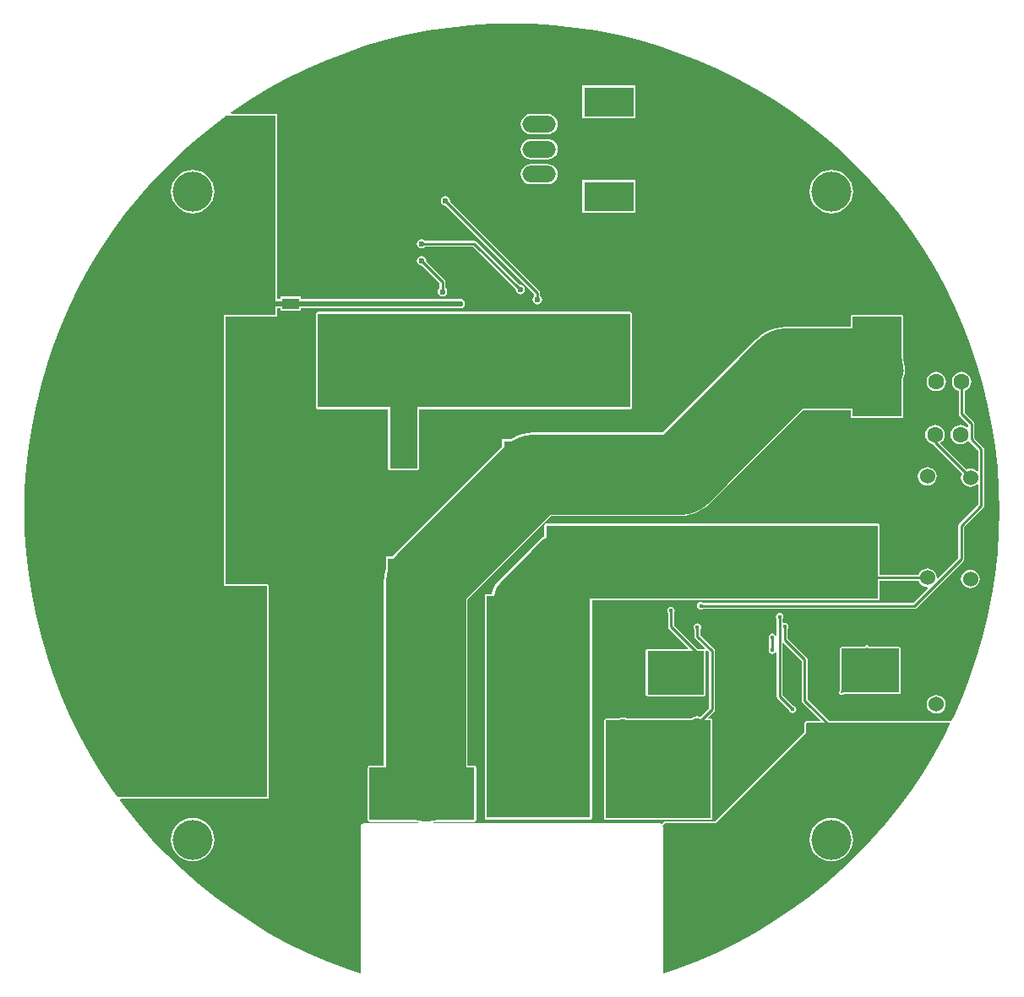
<source format=gbl>
G04 Layer_Physical_Order=2*
G04 Layer_Color=11436288*
%FSLAX24Y24*%
%MOIN*%
G70*
G01*
G75*
%ADD10C,0.1575*%
%ADD21R,0.0669X0.0433*%
%ADD31C,0.0197*%
%ADD32C,0.0098*%
%ADD33C,0.3150*%
%ADD34C,0.0071*%
%ADD36R,0.2234X0.1722*%
%ADD38R,0.1929X0.3937*%
%ADD39R,0.4134X0.2087*%
%ADD41R,0.4134X0.3858*%
%ADD42R,0.4094X0.8780*%
%ADD43R,1.3071X0.2913*%
%ADD44C,0.1575*%
%ADD45C,0.2362*%
%ADD46R,0.1969X0.1181*%
%ADD47O,0.1320X0.0660*%
%ADD48C,0.1181*%
%ADD49R,0.0630X0.0630*%
%ADD50C,0.0630*%
%ADD51C,0.0600*%
%ADD52C,0.0512*%
%ADD53R,0.0512X0.0512*%
%ADD54C,0.0500*%
%ADD55C,0.0157*%
%ADD56C,0.0236*%
%ADD57R,1.2323X0.3701*%
%ADD58R,0.2264X0.1722*%
%ADD59R,0.1102X0.2717*%
G36*
X29800Y48566D02*
X30637Y48512D01*
X31471Y48420D01*
X32301Y48293D01*
X33124Y48129D01*
X33939Y47929D01*
X34745Y47695D01*
X35539Y47425D01*
X36321Y47121D01*
X37090Y46783D01*
X37842Y46411D01*
X38578Y46008D01*
X39295Y45572D01*
X39993Y45106D01*
X40670Y44610D01*
X41325Y44085D01*
X41955Y43531D01*
X42562Y42951D01*
X43142Y42345D01*
X43695Y41714D01*
X44221Y41059D01*
X44717Y40383D01*
X45183Y39685D01*
X45618Y38967D01*
X46022Y38232D01*
X46393Y37479D01*
X46731Y36711D01*
X47035Y35929D01*
X47305Y35134D01*
X47540Y34328D01*
X47739Y33513D01*
X47903Y32690D01*
X48031Y31861D01*
X48122Y31026D01*
X48177Y30189D01*
X48195Y29358D01*
X48194Y29350D01*
X48195Y29342D01*
X48177Y28511D01*
X48122Y27674D01*
X48031Y26839D01*
X47903Y26010D01*
X47739Y25187D01*
X47540Y24372D01*
X47305Y23566D01*
X47035Y22771D01*
X46731Y21989D01*
X46393Y21221D01*
X46306Y21044D01*
X46298Y21038D01*
X46297Y21037D01*
X46287Y21033D01*
X46246Y21028D01*
X46240Y21029D01*
X46235Y21032D01*
X46227Y21032D01*
X46220Y21034D01*
X41497Y21034D01*
X40630Y21901D01*
Y23465D01*
X40630Y23465D01*
X40623Y23502D01*
X40621Y23510D01*
X40596Y23548D01*
X40596Y23548D01*
X39843Y24301D01*
Y24679D01*
X39862Y24707D01*
X39873Y24764D01*
X39862Y24821D01*
X39829Y24869D01*
X39781Y24901D01*
X39724Y24912D01*
X39696Y24907D01*
X39646Y24942D01*
Y25072D01*
X39665Y25101D01*
X39676Y25157D01*
X39665Y25214D01*
X39632Y25262D01*
X39584Y25295D01*
X39527Y25306D01*
X39471Y25295D01*
X39422Y25262D01*
X39390Y25214D01*
X39379Y25157D01*
X39390Y25101D01*
X39409Y25072D01*
Y24438D01*
X39359Y24423D01*
X39337Y24455D01*
X39289Y24488D01*
X39232Y24499D01*
X39175Y24488D01*
X39127Y24455D01*
X39095Y24407D01*
X39084Y24350D01*
X39095Y24294D01*
X39114Y24265D01*
Y23924D01*
X39095Y23895D01*
X39084Y23839D01*
X39095Y23782D01*
X39127Y23734D01*
X39175Y23701D01*
X39232Y23690D01*
X39289Y23701D01*
X39337Y23734D01*
X39359Y23766D01*
X39409Y23751D01*
Y22008D01*
X39418Y21963D01*
X39444Y21924D01*
X39896Y21472D01*
X39902Y21439D01*
X39934Y21391D01*
X39983Y21359D01*
X40039Y21348D01*
X40096Y21359D01*
X40144Y21391D01*
X40177Y21439D01*
X40188Y21496D01*
X40177Y21553D01*
X40144Y21601D01*
X40096Y21633D01*
X40063Y21640D01*
X39646Y22057D01*
Y24098D01*
X39692Y24117D01*
X40393Y23416D01*
Y21852D01*
X40402Y21806D01*
X40428Y21768D01*
X41116Y21080D01*
X41097Y21034D01*
X40593Y21034D01*
X40589Y21033D01*
X40586Y21034D01*
X40576Y21031D01*
X40567Y21029D01*
X40564Y21027D01*
X40561Y21026D01*
X40553Y21019D01*
X40544Y21014D01*
X40543Y21011D01*
X40540Y21009D01*
X40499Y20959D01*
X40494Y20950D01*
X40488Y20942D01*
X40488Y20939D01*
X40486Y20936D01*
X40485Y20926D01*
X40483Y20916D01*
Y20579D01*
X36980Y17076D01*
X35000D01*
X34974Y17071D01*
X34952Y17056D01*
X34870Y16975D01*
X34848Y16989D01*
X34807Y16998D01*
X25858D01*
X25853Y17048D01*
X25904Y17058D01*
X27480D01*
X27506Y17063D01*
X27529Y17078D01*
X27543Y17100D01*
X27549Y17126D01*
Y19213D01*
X27543Y19239D01*
X27529Y19261D01*
X27506Y19276D01*
X27480Y19281D01*
X27196D01*
Y25854D01*
X30485Y29142D01*
X35591D01*
X35805Y29156D01*
X36016Y29198D01*
X36118Y29233D01*
X36220Y29267D01*
X36413Y29363D01*
X36592Y29482D01*
X36754Y29624D01*
X40445Y33315D01*
X42333D01*
Y33071D01*
X42339Y33045D01*
X42353Y33023D01*
X42375Y33008D01*
X42402Y33003D01*
X44331D01*
X44357Y33008D01*
X44379Y33023D01*
X44394Y33045D01*
X44399Y33071D01*
Y34572D01*
X44429Y34629D01*
X44467Y34753D01*
X44480Y34882D01*
X44467Y35011D01*
X44429Y35135D01*
X44429Y35135D01*
X44426Y35175D01*
X44399Y35314D01*
Y37008D01*
X44394Y37034D01*
X44379Y37056D01*
X44357Y37071D01*
X44331Y37076D01*
X42402D01*
X42375Y37071D01*
X42353Y37056D01*
X42339Y37034D01*
X42333Y37008D01*
Y36606D01*
X39764D01*
X39549Y36592D01*
X39338Y36550D01*
X39236Y36515D01*
X39134Y36481D01*
X38941Y36385D01*
X38762Y36266D01*
X38600Y36124D01*
X34909Y32433D01*
X29803D01*
X29588Y32419D01*
X29377Y32377D01*
X29174Y32307D01*
X28981Y32212D01*
X28922Y32173D01*
X28569D01*
Y31880D01*
X24388Y27699D01*
X24246Y27537D01*
X24240Y27528D01*
X23988D01*
Y27038D01*
X23962Y26961D01*
X23920Y26750D01*
X23906Y26535D01*
Y19281D01*
X23346D01*
X23320Y19276D01*
X23298Y19261D01*
X23283Y19239D01*
X23278Y19213D01*
Y17126D01*
X23283Y17100D01*
X23298Y17078D01*
X23320Y17063D01*
X23346Y17058D01*
X25198D01*
X25249Y17048D01*
X25244Y16998D01*
X23114D01*
X23073Y16989D01*
X23038Y16966D01*
X23014Y16931D01*
X23006Y16889D01*
Y11116D01*
X22956Y11080D01*
X22382Y11275D01*
X21600Y11579D01*
X20832Y11917D01*
X20079Y12289D01*
X19343Y12692D01*
X18626Y13128D01*
X17928Y13594D01*
X17251Y14090D01*
X16597Y14615D01*
X15966Y15169D01*
X15360Y15749D01*
X14779Y16355D01*
X14226Y16986D01*
X13701Y17641D01*
X13497Y17919D01*
X13519Y17963D01*
X19291Y17963D01*
X19317Y17968D01*
X19340Y17983D01*
X19354Y18005D01*
X19360Y18032D01*
Y26378D01*
X19354Y26404D01*
X19340Y26426D01*
X19317Y26441D01*
X19291Y26446D01*
X17667D01*
Y37018D01*
X19646D01*
X19672Y37024D01*
X19694Y37038D01*
X19709Y37060D01*
X19714Y37087D01*
Y37356D01*
X19835D01*
Y37236D01*
X20638D01*
Y37356D01*
X26843D01*
X26852Y37350D01*
X26924Y37336D01*
X26996Y37350D01*
X27057Y37391D01*
X27098Y37453D01*
X27113Y37525D01*
X27098Y37597D01*
X27057Y37658D01*
X26996Y37699D01*
X26924Y37713D01*
X26852Y37699D01*
X26843Y37693D01*
X20638D01*
Y37803D01*
X19835D01*
Y37693D01*
X19714D01*
Y44948D01*
X19709Y44974D01*
X19694Y44996D01*
X19672Y45011D01*
X19646Y45016D01*
X17885D01*
X17870Y45064D01*
X17928Y45106D01*
X18626Y45572D01*
X19343Y46008D01*
X20079Y46411D01*
X20832Y46783D01*
X21600Y47121D01*
X22382Y47425D01*
X23177Y47695D01*
X23982Y47929D01*
X24797Y48129D01*
X25621Y48293D01*
X26450Y48420D01*
X27284Y48512D01*
X28122Y48566D01*
X28961Y48585D01*
X29800Y48566D01*
D02*
G37*
G36*
X19646Y44941D02*
X19646Y44941D01*
Y37693D01*
Y37356D01*
X19646Y37356D01*
X19646D01*
Y37093D01*
X19645Y37088D01*
X19639Y37087D01*
X17598D01*
Y37018D01*
Y26446D01*
Y26378D01*
X19285D01*
X19290Y26377D01*
X19291Y26371D01*
Y18038D01*
X19290Y18033D01*
X19285Y18032D01*
X13519Y18031D01*
X13519D01*
X13414Y18031D01*
X13204Y18317D01*
X12738Y19015D01*
X12303Y19733D01*
X11899Y20468D01*
X11528Y21221D01*
X11190Y21989D01*
X10886Y22771D01*
X10616Y23566D01*
X10381Y24372D01*
X10182Y25187D01*
X10018Y26010D01*
X9890Y26839D01*
X9799Y27674D01*
X9744Y28511D01*
X9726Y29350D01*
X9744Y30189D01*
X9799Y31026D01*
X9890Y31861D01*
X10018Y32690D01*
X10182Y33513D01*
X10381Y34328D01*
X10616Y35134D01*
X10886Y35929D01*
X11190Y36711D01*
X11528Y37479D01*
X11899Y38232D01*
X12303Y38967D01*
X12738Y39685D01*
X13204Y40383D01*
X13701Y41059D01*
X14226Y41714D01*
X14779Y42345D01*
X15360Y42951D01*
X15966Y43531D01*
X16597Y44085D01*
X17251Y44610D01*
X17712Y44948D01*
X19598D01*
X19646Y44941D01*
D02*
G37*
G36*
X46220Y20965D02*
X46246Y20923D01*
X46022Y20468D01*
X45618Y19733D01*
X45183Y19015D01*
X44717Y18317D01*
X44221Y17641D01*
X43695Y16986D01*
X43142Y16355D01*
X42562Y15749D01*
X41955Y15169D01*
X41325Y14615D01*
X40670Y14090D01*
X39993Y13594D01*
X39295Y13128D01*
X38578Y12692D01*
X37842Y12289D01*
X37090Y11917D01*
X36321Y11579D01*
X35539Y11275D01*
X34965Y11080D01*
X34915Y11116D01*
Y16889D01*
X34910Y16918D01*
X35000Y17008D01*
X37008D01*
X40551Y20551D01*
Y20916D01*
X40593Y20966D01*
X46220Y20965D01*
D02*
G37*
%LPC*%
G36*
X45350Y31070D02*
X45254Y31057D01*
X45165Y31021D01*
X45088Y30962D01*
X45029Y30885D01*
X44993Y30796D01*
X44980Y30700D01*
X44993Y30604D01*
X45029Y30515D01*
X45088Y30438D01*
X45165Y30379D01*
X45254Y30343D01*
X45350Y30330D01*
X45446Y30343D01*
X45535Y30379D01*
X45612Y30438D01*
X45670Y30515D01*
X45707Y30604D01*
X45720Y30700D01*
X45707Y30796D01*
X45670Y30885D01*
X45612Y30962D01*
X45535Y31021D01*
X45446Y31057D01*
X45350Y31070D01*
D02*
G37*
G36*
X47050Y27020D02*
X46954Y27007D01*
X46865Y26971D01*
X46788Y26912D01*
X46729Y26835D01*
X46693Y26746D01*
X46680Y26650D01*
X46693Y26554D01*
X46729Y26465D01*
X46788Y26388D01*
X46865Y26329D01*
X46954Y26293D01*
X47050Y26280D01*
X47146Y26293D01*
X47235Y26329D01*
X47312Y26388D01*
X47371Y26465D01*
X47407Y26554D01*
X47420Y26650D01*
X47407Y26746D01*
X47371Y26835D01*
X47312Y26912D01*
X47235Y26971D01*
X47146Y27007D01*
X47050Y27020D01*
D02*
G37*
G36*
X46700Y34835D02*
X46600Y34822D01*
X46507Y34784D01*
X46428Y34722D01*
X46366Y34643D01*
X46328Y34550D01*
X46315Y34450D01*
X46328Y34350D01*
X46366Y34257D01*
X46428Y34178D01*
X46507Y34116D01*
X46582Y34086D01*
Y33162D01*
X46591Y33117D01*
X46616Y33078D01*
X46963Y32732D01*
Y32645D01*
X46913Y32630D01*
X46843Y32684D01*
X46750Y32722D01*
X46650Y32735D01*
X46550Y32722D01*
X46457Y32684D01*
X46378Y32622D01*
X46316Y32543D01*
X46278Y32450D01*
X46265Y32350D01*
X46278Y32250D01*
X46316Y32157D01*
X46378Y32078D01*
X46457Y32016D01*
X46550Y31978D01*
X46650Y31965D01*
X46750Y31978D01*
X46843Y32016D01*
X46922Y32078D01*
X46934Y32093D01*
X46995Y32091D01*
X46997Y32088D01*
X47362Y31723D01*
Y30924D01*
X47315Y30908D01*
X47312Y30912D01*
X47235Y30971D01*
X47146Y31007D01*
X47050Y31020D01*
X46954Y31007D01*
X46888Y30980D01*
X45874Y31993D01*
X45877Y32043D01*
X45922Y32078D01*
X45984Y32157D01*
X46022Y32250D01*
X46035Y32350D01*
X46022Y32450D01*
X45984Y32543D01*
X45922Y32622D01*
X45843Y32684D01*
X45750Y32722D01*
X45650Y32735D01*
X45550Y32722D01*
X45457Y32684D01*
X45378Y32622D01*
X45316Y32543D01*
X45278Y32450D01*
X45265Y32350D01*
X45278Y32250D01*
X45316Y32157D01*
X45378Y32078D01*
X45457Y32016D01*
X45550Y31978D01*
X45559Y31977D01*
X45566Y31966D01*
X46720Y30812D01*
X46693Y30746D01*
X46680Y30650D01*
X46693Y30554D01*
X46729Y30465D01*
X46788Y30388D01*
X46865Y30329D01*
X46954Y30293D01*
X47050Y30280D01*
X47146Y30293D01*
X47235Y30329D01*
X47312Y30388D01*
X47315Y30392D01*
X47362Y30376D01*
Y29594D01*
X46609Y28841D01*
X46584Y28802D01*
X46575Y28757D01*
Y27490D01*
X45763Y26679D01*
X45750Y26685D01*
X45719Y26706D01*
X45707Y26796D01*
X45670Y26885D01*
X45612Y26962D01*
X45535Y27020D01*
X45446Y27057D01*
X45350Y27070D01*
X45254Y27057D01*
X45165Y27020D01*
X45088Y26962D01*
X45029Y26885D01*
X45002Y26818D01*
X43454D01*
Y28780D01*
X43449Y28806D01*
X43434Y28828D01*
X43412Y28843D01*
X43386Y28848D01*
X30315D01*
X30289Y28843D01*
X30267Y28828D01*
X30252Y28806D01*
X30247Y28780D01*
Y28341D01*
X30192Y28312D01*
X30062Y28205D01*
X28409Y26552D01*
X28302Y26422D01*
X28223Y26273D01*
X28174Y26112D01*
X28168Y26052D01*
X27953D01*
X27927Y26047D01*
X27905Y26033D01*
X27890Y26010D01*
X27885Y25984D01*
Y17205D01*
X27890Y17179D01*
X27905Y17156D01*
X27927Y17142D01*
X27953Y17136D01*
X32047D01*
X32073Y17142D01*
X32095Y17156D01*
X32110Y17179D01*
X32115Y17205D01*
Y25798D01*
X43386D01*
X43412Y25803D01*
X43434Y25818D01*
X43449Y25840D01*
X43454Y25866D01*
Y26582D01*
X45002D01*
X45029Y26515D01*
X45088Y26438D01*
X45165Y26379D01*
X45254Y26343D01*
X45344Y26331D01*
X45365Y26300D01*
X45371Y26287D01*
X44793Y25709D01*
X36502D01*
X36474Y25728D01*
X36417Y25739D01*
X36360Y25728D01*
X36312Y25696D01*
X36280Y25647D01*
X36269Y25591D01*
X36280Y25534D01*
X36312Y25486D01*
X36360Y25453D01*
X36417Y25442D01*
X36474Y25453D01*
X36502Y25472D01*
X44843D01*
X44888Y25481D01*
X44926Y25507D01*
X46777Y27357D01*
X46802Y27396D01*
X46811Y27441D01*
Y28708D01*
X47564Y29461D01*
X47564Y29461D01*
X47590Y29499D01*
X47591Y29507D01*
X47599Y29544D01*
X47599Y29544D01*
Y31772D01*
X47590Y31818D01*
X47564Y31856D01*
X47564Y31856D01*
X47200Y32220D01*
Y32781D01*
X47191Y32826D01*
X47165Y32865D01*
X46818Y33211D01*
Y34086D01*
X46893Y34116D01*
X46972Y34178D01*
X47034Y34257D01*
X47072Y34350D01*
X47085Y34450D01*
X47072Y34550D01*
X47034Y34643D01*
X46972Y34722D01*
X46893Y34784D01*
X46800Y34822D01*
X46700Y34835D01*
D02*
G37*
G36*
X33622Y37194D02*
X21299D01*
X21273Y37189D01*
X21251Y37174D01*
X21236Y37152D01*
X21231Y37126D01*
Y33425D01*
X21236Y33399D01*
X21251Y33377D01*
X21273Y33362D01*
X21299Y33357D01*
X24066D01*
Y31024D01*
X24071Y30998D01*
X24086Y30975D01*
X24108Y30961D01*
X24134Y30955D01*
X25236D01*
X25262Y30961D01*
X25284Y30975D01*
X25299Y30998D01*
X25304Y31024D01*
Y33357D01*
X33622D01*
X33648Y33362D01*
X33670Y33377D01*
X33685Y33399D01*
X33690Y33425D01*
Y37126D01*
X33685Y37152D01*
X33670Y37174D01*
X33648Y37189D01*
X33622Y37194D01*
D02*
G37*
G36*
X41559Y17216D02*
X41392Y17200D01*
X41231Y17151D01*
X41082Y17072D01*
X40952Y16965D01*
X40845Y16835D01*
X40766Y16686D01*
X40717Y16525D01*
X40701Y16358D01*
X40717Y16190D01*
X40766Y16029D01*
X40845Y15881D01*
X40952Y15751D01*
X41082Y15644D01*
X41231Y15565D01*
X41392Y15516D01*
X41559Y15499D01*
X41727Y15516D01*
X41888Y15565D01*
X42036Y15644D01*
X42166Y15751D01*
X42273Y15881D01*
X42352Y16029D01*
X42401Y16190D01*
X42418Y16358D01*
X42401Y16525D01*
X42352Y16686D01*
X42273Y16835D01*
X42166Y16965D01*
X42036Y17072D01*
X41888Y17151D01*
X41727Y17200D01*
X41559Y17216D01*
D02*
G37*
G36*
X16362D02*
X16195Y17200D01*
X16034Y17151D01*
X15885Y17072D01*
X15755Y16965D01*
X15648Y16835D01*
X15569Y16686D01*
X15520Y16525D01*
X15504Y16358D01*
X15520Y16190D01*
X15569Y16029D01*
X15648Y15881D01*
X15755Y15751D01*
X15885Y15644D01*
X16034Y15565D01*
X16195Y15516D01*
X16362Y15499D01*
X16530Y15516D01*
X16691Y15565D01*
X16839Y15644D01*
X16969Y15751D01*
X17076Y15881D01*
X17155Y16029D01*
X17204Y16190D01*
X17221Y16358D01*
X17204Y16525D01*
X17155Y16686D01*
X17076Y16835D01*
X16969Y16965D01*
X16839Y17072D01*
X16691Y17151D01*
X16530Y17200D01*
X16362Y17216D01*
D02*
G37*
G36*
X35236Y25542D02*
X35179Y25531D01*
X35131Y25499D01*
X35099Y25451D01*
X35088Y25394D01*
X35099Y25337D01*
X35118Y25309D01*
Y24768D01*
X35127Y24723D01*
X35152Y24684D01*
X35911Y23926D01*
X35891Y23880D01*
X34309D01*
X34283Y23875D01*
X34261Y23860D01*
X34246Y23838D01*
X34241Y23812D01*
Y22089D01*
X34246Y22063D01*
X34261Y22041D01*
X34283Y22026D01*
X34309Y22021D01*
X36544D01*
X36570Y22026D01*
X36592Y22041D01*
X36607Y22063D01*
X36612Y22089D01*
Y23812D01*
X36610Y23821D01*
X36656Y23846D01*
X36732Y23770D01*
Y21549D01*
X36382Y21200D01*
X36341Y21217D01*
X36258Y21228D01*
X36176Y21217D01*
X36098Y21185D01*
X36032Y21134D01*
X36030Y21131D01*
X33524D01*
X33505Y21146D01*
X33428Y21178D01*
X33345Y21189D01*
X33262Y21178D01*
X33185Y21146D01*
X33166Y21131D01*
X32677D01*
X32651Y21126D01*
X32629Y21111D01*
X32614Y21089D01*
X32609Y21063D01*
Y17205D01*
X32614Y17179D01*
X32629Y17156D01*
X32651Y17142D01*
X32677Y17136D01*
X36811D01*
X36837Y17142D01*
X36859Y17156D01*
X36874Y17179D01*
X36879Y17205D01*
Y21063D01*
X36874Y21089D01*
X36859Y21111D01*
X36837Y21126D01*
X36811Y21131D01*
X36714D01*
X36695Y21177D01*
X36934Y21417D01*
X36934Y21417D01*
X36960Y21455D01*
X36961Y21463D01*
X36969Y21500D01*
X36969Y21500D01*
Y23819D01*
X36960Y23864D01*
X36934Y23903D01*
X36398Y24439D01*
Y24659D01*
X36417Y24687D01*
X36428Y24744D01*
X36417Y24801D01*
X36385Y24849D01*
X36336Y24881D01*
X36280Y24893D01*
X36223Y24881D01*
X36175Y24849D01*
X36142Y24801D01*
X36131Y24744D01*
X36142Y24687D01*
X36161Y24659D01*
Y24390D01*
X36170Y24344D01*
X36196Y24306D01*
X36578Y23924D01*
X36553Y23878D01*
X36544Y23880D01*
X36292D01*
X35355Y24817D01*
Y25309D01*
X35373Y25337D01*
X35385Y25394D01*
X35373Y25451D01*
X35341Y25499D01*
X35293Y25531D01*
X35236Y25542D01*
D02*
G37*
G36*
X42968Y24040D02*
X42928Y24032D01*
X42894Y24010D01*
X42871Y23976D01*
X42868Y23959D01*
X41977D01*
X41951Y23954D01*
X41929Y23939D01*
X41914Y23917D01*
X41909Y23891D01*
Y22247D01*
X41903Y22242D01*
X41880Y22208D01*
X41872Y22168D01*
X41880Y22128D01*
X41903Y22094D01*
X41937Y22072D01*
X41977Y22064D01*
X42017Y22072D01*
X42051Y22094D01*
X42056Y22100D01*
X44241D01*
X44267Y22105D01*
X44289Y22120D01*
X44304Y22142D01*
X44309Y22168D01*
Y23891D01*
X44304Y23917D01*
X44289Y23939D01*
X44267Y23954D01*
X44241Y23959D01*
X43068D01*
X43064Y23976D01*
X43042Y24010D01*
X43008Y24032D01*
X42968Y24040D01*
D02*
G37*
G36*
X45700Y22070D02*
X45604Y22057D01*
X45515Y22021D01*
X45438Y21962D01*
X45379Y21885D01*
X45343Y21796D01*
X45330Y21700D01*
X45343Y21604D01*
X45379Y21515D01*
X45438Y21438D01*
X45515Y21379D01*
X45604Y21343D01*
X45700Y21330D01*
X45796Y21343D01*
X45885Y21379D01*
X45962Y21438D01*
X46021Y21515D01*
X46057Y21604D01*
X46070Y21700D01*
X46057Y21796D01*
X46021Y21885D01*
X45962Y21962D01*
X45885Y22021D01*
X45796Y22057D01*
X45700Y22070D01*
D02*
G37*
G36*
X30369Y43032D02*
X29709D01*
X29606Y43019D01*
X29509Y42979D01*
X29426Y42915D01*
X29363Y42832D01*
X29323Y42736D01*
X29309Y42632D01*
X29323Y42528D01*
X29363Y42432D01*
X29426Y42349D01*
X29509Y42285D01*
X29606Y42245D01*
X29709Y42232D01*
X30369D01*
X30473Y42245D01*
X30570Y42285D01*
X30652Y42349D01*
X30716Y42432D01*
X30756Y42528D01*
X30770Y42632D01*
X30756Y42736D01*
X30716Y42832D01*
X30652Y42915D01*
X30570Y42979D01*
X30473Y43019D01*
X30369Y43032D01*
D02*
G37*
G36*
X33846Y42409D02*
X31744D01*
Y41094D01*
X33846D01*
Y42409D01*
D02*
G37*
G36*
X30369Y44022D02*
X29709D01*
X29606Y44009D01*
X29509Y43969D01*
X29426Y43905D01*
X29363Y43822D01*
X29323Y43726D01*
X29309Y43622D01*
X29323Y43518D01*
X29363Y43422D01*
X29426Y43339D01*
X29509Y43275D01*
X29606Y43235D01*
X29709Y43222D01*
X30369D01*
X30473Y43235D01*
X30570Y43275D01*
X30652Y43339D01*
X30716Y43422D01*
X30756Y43518D01*
X30770Y43622D01*
X30756Y43726D01*
X30716Y43822D01*
X30652Y43905D01*
X30570Y43969D01*
X30473Y44009D01*
X30369Y44022D01*
D02*
G37*
G36*
X33846Y46150D02*
X31744D01*
Y44835D01*
X33846D01*
Y46150D01*
D02*
G37*
G36*
X30369Y45007D02*
X29709D01*
X29606Y44993D01*
X29509Y44953D01*
X29426Y44889D01*
X29363Y44806D01*
X29323Y44710D01*
X29309Y44606D01*
X29323Y44503D01*
X29363Y44406D01*
X29426Y44323D01*
X29509Y44260D01*
X29606Y44220D01*
X29709Y44206D01*
X30369D01*
X30473Y44220D01*
X30570Y44260D01*
X30652Y44323D01*
X30716Y44406D01*
X30756Y44503D01*
X30770Y44606D01*
X30756Y44710D01*
X30716Y44806D01*
X30652Y44889D01*
X30570Y44953D01*
X30473Y44993D01*
X30369Y45007D01*
D02*
G37*
G36*
X41559Y42807D02*
X41392Y42790D01*
X41231Y42742D01*
X41082Y42662D01*
X40952Y42555D01*
X40845Y42425D01*
X40766Y42277D01*
X40717Y42116D01*
X40701Y41948D01*
X40717Y41781D01*
X40766Y41620D01*
X40845Y41471D01*
X40952Y41341D01*
X41082Y41235D01*
X41231Y41155D01*
X41392Y41106D01*
X41559Y41090D01*
X41727Y41106D01*
X41888Y41155D01*
X42036Y41235D01*
X42166Y41341D01*
X42273Y41471D01*
X42352Y41620D01*
X42401Y41781D01*
X42418Y41948D01*
X42401Y42116D01*
X42352Y42277D01*
X42273Y42425D01*
X42166Y42555D01*
X42036Y42662D01*
X41888Y42742D01*
X41727Y42790D01*
X41559Y42807D01*
D02*
G37*
G36*
X26339Y41763D02*
X26266Y41749D01*
X26205Y41708D01*
X26164Y41647D01*
X26150Y41575D01*
X26164Y41503D01*
X26205Y41441D01*
X26266Y41400D01*
X26339Y41386D01*
X26356Y41390D01*
X29842Y37904D01*
Y37821D01*
X29827Y37811D01*
X29786Y37749D01*
X29772Y37677D01*
X29786Y37605D01*
X29827Y37544D01*
X29888Y37503D01*
X29961Y37489D01*
X30033Y37503D01*
X30094Y37544D01*
X30135Y37605D01*
X30149Y37677D01*
X30135Y37749D01*
X30094Y37811D01*
X30079Y37821D01*
Y37953D01*
X30070Y37998D01*
X30044Y38036D01*
X26524Y41557D01*
X26527Y41575D01*
X26513Y41647D01*
X26472Y41708D01*
X26411Y41749D01*
X26339Y41763D01*
D02*
G37*
G36*
X45700Y34835D02*
X45600Y34822D01*
X45507Y34784D01*
X45428Y34722D01*
X45366Y34643D01*
X45328Y34550D01*
X45315Y34450D01*
X45328Y34350D01*
X45366Y34257D01*
X45428Y34178D01*
X45507Y34116D01*
X45600Y34078D01*
X45700Y34065D01*
X45800Y34078D01*
X45893Y34116D01*
X45972Y34178D01*
X46034Y34257D01*
X46072Y34350D01*
X46085Y34450D01*
X46072Y34550D01*
X46034Y34643D01*
X45972Y34722D01*
X45893Y34784D01*
X45800Y34822D01*
X45700Y34835D01*
D02*
G37*
G36*
X25394Y39401D02*
X25322Y39387D01*
X25260Y39346D01*
X25219Y39285D01*
X25205Y39213D01*
X25219Y39140D01*
X25260Y39079D01*
X25322Y39038D01*
X25394Y39024D01*
X25411Y39027D01*
X26102Y38337D01*
Y38136D01*
X26087Y38126D01*
X26046Y38064D01*
X26032Y37992D01*
X26046Y37920D01*
X26087Y37859D01*
X26148Y37818D01*
X26220Y37803D01*
X26293Y37818D01*
X26354Y37859D01*
X26395Y37920D01*
X26409Y37992D01*
X26395Y38064D01*
X26354Y38126D01*
X26339Y38136D01*
Y38386D01*
X26339Y38386D01*
X26331Y38424D01*
X26330Y38431D01*
X26304Y38470D01*
X25579Y39195D01*
X25582Y39213D01*
X25568Y39285D01*
X25527Y39346D01*
X25466Y39387D01*
X25394Y39401D01*
D02*
G37*
G36*
X16362Y42807D02*
X16195Y42790D01*
X16034Y42742D01*
X15885Y42662D01*
X15755Y42555D01*
X15648Y42425D01*
X15569Y42277D01*
X15520Y42116D01*
X15504Y41948D01*
X15520Y41781D01*
X15569Y41620D01*
X15648Y41471D01*
X15755Y41341D01*
X15885Y41235D01*
X16034Y41155D01*
X16195Y41106D01*
X16362Y41090D01*
X16530Y41106D01*
X16691Y41155D01*
X16839Y41235D01*
X16969Y41341D01*
X17076Y41471D01*
X17155Y41620D01*
X17204Y41781D01*
X17221Y41948D01*
X17204Y42116D01*
X17155Y42277D01*
X17076Y42425D01*
X16969Y42555D01*
X16839Y42662D01*
X16691Y42742D01*
X16530Y42790D01*
X16362Y42807D01*
D02*
G37*
G36*
X25394Y40071D02*
X25322Y40056D01*
X25260Y40015D01*
X25219Y39954D01*
X25205Y39882D01*
X25219Y39810D01*
X25260Y39748D01*
X25322Y39708D01*
X25394Y39693D01*
X25466Y39708D01*
X25527Y39748D01*
X25537Y39763D01*
X27431D01*
X29106Y38089D01*
X29103Y38071D01*
X29117Y37999D01*
X29158Y37937D01*
X29219Y37897D01*
X29291Y37882D01*
X29364Y37897D01*
X29425Y37937D01*
X29466Y37999D01*
X29480Y38071D01*
X29466Y38143D01*
X29425Y38204D01*
X29364Y38245D01*
X29291Y38260D01*
X29274Y38256D01*
X27564Y39966D01*
X27526Y39991D01*
X27480Y40000D01*
X25537D01*
X25527Y40015D01*
X25466Y40056D01*
X25394Y40071D01*
D02*
G37*
%LPD*%
D10*
X28898Y25394D02*
X31102Y27598D01*
X30669D02*
X31102D01*
X29016Y25945D02*
X30669Y27598D01*
D21*
X20236Y37520D02*
D03*
Y36496D02*
D03*
X39764Y36260D02*
D03*
Y37283D02*
D03*
X41772Y36260D02*
D03*
Y37283D02*
D03*
X40748Y36260D02*
D03*
Y37283D02*
D03*
D31*
X18273Y37525D02*
X26924D01*
X18268Y37520D02*
X18273Y37525D01*
D32*
X26220Y37992D02*
Y38386D01*
X25394Y39213D02*
X26220Y38386D01*
X27480Y39882D02*
X29291Y38071D01*
X25394Y39882D02*
X27480D01*
X29961Y37677D02*
Y37953D01*
X26339Y41575D02*
X29961Y37953D01*
X40512Y21852D02*
Y23465D01*
Y21852D02*
X42400Y19963D01*
X39724Y24252D02*
X40512Y23465D01*
X39724Y24252D02*
Y24764D01*
X35236Y24768D02*
X36339Y23666D01*
X35236Y24768D02*
Y25394D01*
X36280Y24390D02*
Y24744D01*
Y24390D02*
X36850Y23819D01*
Y21500D02*
Y23819D01*
X36258Y20908D02*
X36850Y21500D01*
X39527Y22008D02*
X40039Y21496D01*
X39527Y22008D02*
Y25157D01*
X39232Y23839D02*
Y24350D01*
X47081Y32171D02*
Y32781D01*
X46700Y33162D02*
X47081Y32781D01*
X46700Y33162D02*
Y34450D01*
X43354Y26700D02*
X45350D01*
X36417Y25591D02*
X44843D01*
X46693Y27441D01*
Y28757D01*
X47480Y29544D01*
Y31772D01*
X47081Y32171D02*
X47480Y31772D01*
X45650Y32050D02*
Y32350D01*
Y32050D02*
X47050Y30650D01*
D33*
X39764Y34961D02*
X42795D01*
X35591Y30787D02*
X39764Y34961D01*
X29803Y30787D02*
X35591D01*
X25551Y18661D02*
Y26535D01*
X29803Y30787D01*
D34*
X41977Y22168D02*
X42968Y23159D01*
Y23936D01*
D36*
X35427Y22951D02*
D03*
D38*
X43366Y35039D02*
D03*
D39*
X25413Y18169D02*
D03*
D41*
X34744Y19134D02*
D03*
D42*
X30000Y21594D02*
D03*
D43*
X36850Y27323D02*
D03*
D44*
X21850Y15869D02*
D03*
Y13900D02*
D03*
X24332Y18200D02*
D03*
X26300D02*
D03*
X28932Y18250D02*
D03*
X30900D02*
D03*
X36150Y15618D02*
D03*
Y13650D02*
D03*
X33582Y18250D02*
D03*
X35550D02*
D03*
X41559Y41948D02*
D03*
Y16358D02*
D03*
X16362D02*
D03*
Y41948D02*
D03*
D45*
X17900Y19800D02*
D03*
X20853D02*
D03*
D46*
X32795Y41752D02*
D03*
Y45492D02*
D03*
D47*
X30039Y44606D02*
D03*
Y43622D02*
D03*
Y42632D02*
D03*
D48*
X43819Y34882D02*
D03*
X32008D02*
D03*
D49*
X23724Y31378D02*
D03*
D50*
X24724D02*
D03*
X25724D02*
D03*
X46650Y32350D02*
D03*
X45650D02*
D03*
X46700Y34450D02*
D03*
X45700D02*
D03*
D51*
X22756Y24843D02*
D03*
X24724D02*
D03*
X22756Y22559D02*
D03*
X24724D02*
D03*
X18583Y27362D02*
D03*
X16614D02*
D03*
X45700Y25700D02*
D03*
Y21700D02*
D03*
X47050Y30650D02*
D03*
Y26650D02*
D03*
X45350Y26700D02*
D03*
Y30700D02*
D03*
D52*
X18130Y32402D02*
D03*
X20245Y44206D02*
D03*
X27908Y31850D02*
D03*
X18091Y29764D02*
D03*
X23327Y27205D02*
D03*
D53*
X17146Y32402D02*
D03*
X19261Y44206D02*
D03*
X28892Y31850D02*
D03*
X17106Y29764D02*
D03*
X24311Y27205D02*
D03*
D54*
X17362Y37953D02*
D03*
Y39291D02*
D03*
X41809Y19373D02*
D03*
X42991D02*
D03*
X33345Y20869D02*
D03*
X36180Y23507D02*
D03*
Y22483D02*
D03*
X24685Y33504D02*
D03*
X36258Y20908D02*
D03*
X43937Y23583D02*
D03*
Y22441D02*
D03*
X42717Y27165D02*
D03*
X34803Y27205D02*
D03*
X34764Y28228D02*
D03*
X42677Y28150D02*
D03*
D55*
X27997Y38053D02*
D03*
X27603D02*
D03*
X27997Y38447D02*
D03*
X27603D02*
D03*
X39724Y24764D02*
D03*
X40039Y21496D02*
D03*
X35236Y25394D02*
D03*
X36280Y24744D02*
D03*
X39527Y25157D02*
D03*
X39232Y24350D02*
D03*
Y23839D02*
D03*
X36417Y25591D02*
D03*
X42400Y19963D02*
D03*
X40748Y23819D02*
D03*
D56*
X18268Y37520D02*
D03*
X26924Y37525D02*
D03*
X25394Y39213D02*
D03*
X26220Y37992D02*
D03*
X29291Y38071D02*
D03*
X25394Y39882D02*
D03*
X29961Y37677D02*
D03*
X26339Y41575D02*
D03*
D57*
X27461Y35276D02*
D03*
D58*
X43109Y23029D02*
D03*
D59*
X24685Y32382D02*
D03*
M02*

</source>
